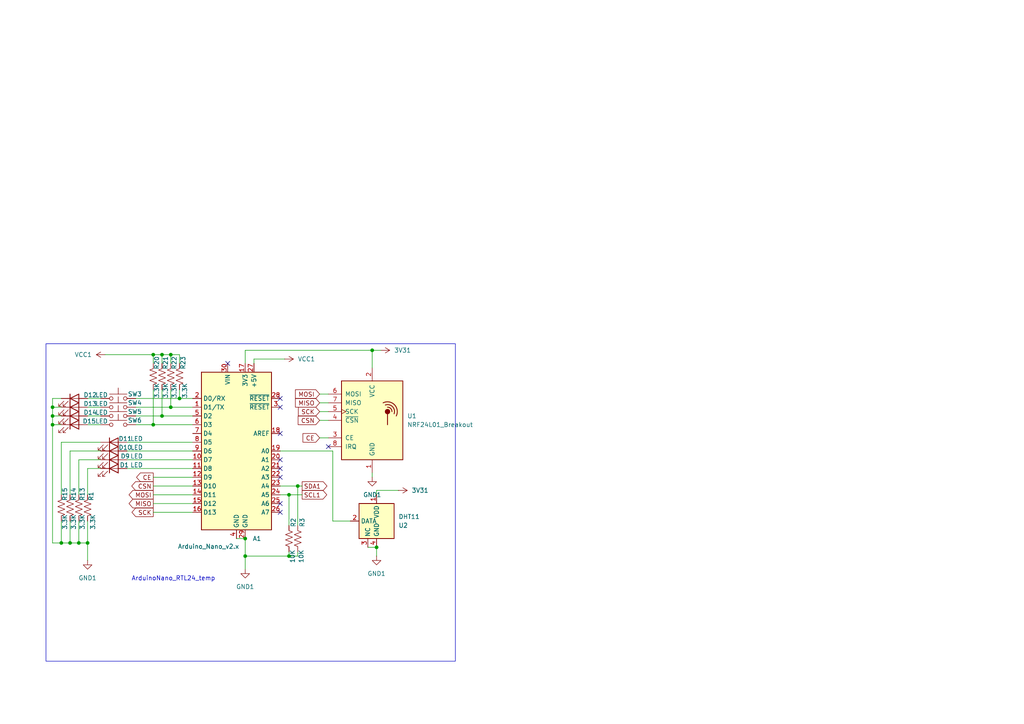
<source format=kicad_sch>
(kicad_sch (version 20250114) (generator "eeschema") (generator_version "9.0")
  (paper "A4")
  (lib_symbols
    (symbol "Device:LED" (pin_numbers (hide yes)) (pin_names (offset 1.016) (hide yes))
      (property "Reference" "D" (at 0 2.54 0))
      (property "Value" "LED" (at 0 -2.54 0))
      (symbol "LED_0_1"
        (polyline (pts (xy -3.048 -0.762) (xy -4.572 -2.286) (xy -3.81 -2.286) (xy -4.572 -2.286) (xy -4.572 -1.524)))
        (polyline (pts (xy -1.778 -0.762) (xy -3.302 -2.286) (xy -2.54 -2.286) (xy -3.302 -2.286) (xy -3.302 -1.524)))
        (polyline (pts (xy -1.27 0) (xy 1.27 0)))
        (polyline (pts (xy -1.27 -1.27) (xy -1.27 1.27)) (stroke (width 0.254)))
        (polyline (pts (xy 1.27 -1.27) (xy 1.27 1.27) (xy -1.27 0) (xy 1.27 -1.27)) (stroke (width 0.254)))
      )
      (symbol "LED_1_1"
        (pin passive line (at -3.81 0 0) (length 2.54) (name "K") (number "1"))
        (pin passive line (at 3.81 0 180) (length 2.54) (name "A") (number "2"))
      )
    )
    (symbol "Device:R_US" (pin_numbers (hide yes)) (pin_names (offset 0))
      (property "Reference" "R" (at 2.54 0 90))
      (property "Value" "R_US" (at -2.54 0 90))
      (symbol "R_US_0_1"
        (polyline (pts (xy 0 2.286) (xy 0 2.54)))
        (polyline (pts (xy 0 2.286) (xy 1.016 1.905) (xy 0 1.524) (xy -1.016 1.143) (xy 0 0.762)))
        (polyline (pts (xy 0 0.762) (xy 1.016 0.381) (xy 0 0) (xy -1.016 -0.381) (xy 0 -0.762)))
        (polyline (pts (xy 0 -0.762) (xy 1.016 -1.143) (xy 0 -1.524) (xy -1.016 -1.905) (xy 0 -2.286)))
        (polyline (pts (xy 0 -2.286) (xy 0 -2.54)))
      )
      (symbol "R_US_1_1"
        (pin passive line (at 0 3.81 270) (length 1.27) (name "~") (number "1"))
        (pin passive line (at 0 -3.81 90) (length 1.27) (name "~") (number "2"))
      )
    )
    (symbol "MCU_Module:Arduino_Nano_v2.x"
      (property "Reference" "A" (at -10.16 23.495 0))
      (property "Value" "Arduino_Nano_v2.x" (at 5.08 -24.13 0))
      (symbol "Arduino_Nano_v2.x_0_1"
        (rectangle (start -10.16 22.86) (end 10.16 -22.86) (stroke (width 0.254)) (fill (type background)))
      )
      (symbol "Arduino_Nano_v2.x_1_1"
        (pin bidirectional line (at -12.7 15.24 0) (length 2.54) (name "D0/RX") (number "2"))
        (pin bidirectional line (at -12.7 12.7 0) (length 2.54) (name "D1/TX") (number "1"))
        (pin bidirectional line (at -12.7 10.16 0) (length 2.54) (name "D2") (number "5"))
        (pin bidirectional line (at -12.7 7.62 0) (length 2.54) (name "D3") (number "6"))
        (pin bidirectional line (at -12.7 5.08 0) (length 2.54) (name "D4") (number "7"))
        (pin bidirectional line (at -12.7 2.54 0) (length 2.54) (name "D5") (number "8"))
        (pin bidirectional line (at -12.7 0 0) (length 2.54) (name "D6") (number "9"))
        (pin bidirectional line (at -12.7 -2.54 0) (length 2.54) (name "D7") (number "10"))
        (pin bidirectional line (at -12.7 -5.08 0) (length 2.54) (name "D8") (number "11"))
        (pin bidirectional line (at -12.7 -7.62 0) (length 2.54) (name "D9") (number "12"))
        (pin bidirectional line (at -12.7 -10.16 0) (length 2.54) (name "D10") (number "13"))
        (pin bidirectional line (at -12.7 -12.7 0) (length 2.54) (name "D11") (number "14"))
        (pin bidirectional line (at -12.7 -15.24 0) (length 2.54) (name "D12") (number "15"))
        (pin bidirectional line (at -12.7 -17.78 0) (length 2.54) (name "D13") (number "16"))
        (pin power_in line (at -2.54 25.4 270) (length 2.54) (name "VIN") (number "30"))
        (pin power_in line (at 0 -25.4 90) (length 2.54) (name "GND") (number "4"))
        (pin power_out line (at 2.54 25.4 270) (length 2.54) (name "3V3") (number "17"))
        (pin power_in line (at 2.54 -25.4 90) (length 2.54) (name "GND") (number "29"))
        (pin power_out line (at 5.08 25.4 270) (length 2.54) (name "+5V") (number "27"))
        (pin input line (at 12.7 15.24 180) (length 2.54) (name "~{RESET}") (number "28"))
        (pin input line (at 12.7 12.7 180) (length 2.54) (name "~{RESET}") (number "3"))
        (pin input line (at 12.7 5.08 180) (length 2.54) (name "AREF") (number "18"))
        (pin bidirectional line (at 12.7 0 180) (length 2.54) (name "A0") (number "19"))
        (pin bidirectional line (at 12.7 -2.54 180) (length 2.54) (name "A1") (number "20"))
        (pin bidirectional line (at 12.7 -5.08 180) (length 2.54) (name "A2") (number "21"))
        (pin bidirectional line (at 12.7 -7.62 180) (length 2.54) (name "A3") (number "22"))
        (pin bidirectional line (at 12.7 -10.16 180) (length 2.54) (name "A4") (number "23"))
        (pin bidirectional line (at 12.7 -12.7 180) (length 2.54) (name "A5") (number "24"))
        (pin bidirectional line (at 12.7 -15.24 180) (length 2.54) (name "A6") (number "25"))
        (pin bidirectional line (at 12.7 -17.78 180) (length 2.54) (name "A7") (number "26"))
      )
    )
    (symbol "RF:NRF24L01_Breakout" (pin_names (offset 1.016))
      (property "Reference" "U" (at -8.89 12.7 0))
      (property "Value" "NRF24L01_Breakout" (at 3.81 12.7 0))
      (symbol "NRF24L01_Breakout_0_1"
        (rectangle (start -8.89 11.43) (end 8.89 -11.43) (stroke (width 0.254)) (fill (type background)))
        (arc (start 3.175 5.08) (mid 6.453 4.548) (end 6.985 1.27) (stroke (width 0.254)))
        (circle (center 4.445 2.54) (radius 0.635) (stroke (width 0.254)) (fill (type outline)))
        (polyline (pts (xy 4.445 1.905) (xy 4.445 -1.27)) (stroke (width 0.254)))
        (arc (start 3.81 4.445) (mid 5.8835 3.9785) (end 6.35 1.905) (stroke (width 0.254)))
        (arc (start 4.445 3.81) (mid 5.3558 3.4508) (end 5.715 2.54) (stroke (width 0.254)))
      )
      (symbol "NRF24L01_Breakout_1_1"
        (pin input line (at -12.7 7.62 0) (length 3.81) (name "MOSI") (number "6"))
        (pin output line (at -12.7 5.08 0) (length 3.81) (name "MISO") (number "7"))
        (pin input clock (at -12.7 2.54 0) (length 3.81) (name "SCK") (number "5"))
        (pin input line (at -12.7 0 0) (length 3.81) (name "~{CSN}") (number "4"))
        (pin input line (at -12.7 -5.08 0) (length 3.81) (name "CE") (number "3"))
        (pin output line (at -12.7 -7.62 0) (length 3.81) (name "IRQ") (number "8"))
        (pin power_in line (at 0 15.24 270) (length 3.81) (name "VCC") (number "2"))
        (pin power_in line (at 0 -15.24 90) (length 3.81) (name "GND") (number "1"))
      )
    )
    (symbol "Sensor:DHT11"
      (property "Reference" "U2" (at -6.35 -1.2701 0))
      (property "Value" "DHT11" (at -6.35 1.2699 0))
      (symbol "DHT11_0_1"
        (rectangle (start -5.08 5.08) (end 5.08 -5.08) (stroke (width 0.254)) (fill (type background)))
      )
      (symbol "DHT11_1_1"
        (pin no_connect line (at -5.08 0 0) (length 2.54) (hide yes) (name "NC") (number "3"))
        (pin power_in line (at 0 7.62 270) (length 2.54) (name "VDD") (number "1"))
        (pin power_in line (at 0 -7.62 90) (length 2.54) (name "GND") (number "4"))
        (pin power_in line (at 2.54 -7.62 90) (length 2.54) (name "NC") (number "3"))
        (pin bidirectional line (at 7.62 0 180) (length 2.54) (name "DATA") (number "2"))
      )
    )
    (symbol "Switch:SW_Push" (pin_numbers (hide yes)) (pin_names (offset 1.016) (hide yes))
      (property "Reference" "SW" (at 1.27 2.54 0))
      (property "Value" "SW_Push" (at 0 -1.524 0))
      (symbol "SW_Push_0_1"
        (circle (center -2.032 0) (radius 0.508))
        (polyline (pts (xy 0 1.27) (xy 0 3.048)))
        (circle (center 2.032 0) (radius 0.508))
        (polyline (pts (xy 2.54 1.27) (xy -2.54 1.27)))
        (pin passive line (at -5.08 0 0) (length 2.54) (name "1") (number "1"))
        (pin passive line (at 5.08 0 180) (length 2.54) (name "2") (number "2"))
      )
    )
    (symbol "power:GND" (power) (pin_numbers (hide yes)) (pin_names (offset 0) (hide yes))
      (property "Value" "GND" (at 0 -3.81 0))
      (symbol "GND_0_1"
        (polyline (pts (xy 0 0) (xy 0 -1.27) (xy 1.27 -1.27) (xy 0 -2.54) (xy -1.27 -1.27) (xy 0 -1.27)))
      )
      (symbol "GND_1_1"
        (pin power_in line (at 0 0 270) (length 0) (name "~") (number "1"))
      )
    )
    (symbol "power:VCC" (power) (pin_numbers (hide yes)) (pin_names (offset 0) (hide yes))
      (property "Value" "VCC" (at 0 3.556 0))
      (symbol "VCC_0_1"
        (polyline (pts (xy -0.762 1.27) (xy 0 2.54)))
        (polyline (pts (xy 0 2.54) (xy 0.762 1.27)))
        (polyline (pts (xy 0 0) (xy 0 2.54)))
      )
      (symbol "VCC_1_1"
        (pin power_in line (at 0 0 90) (length 0) (name "~") (number "1"))
      )
    )
  )
  (rectangle (start 13.335 99.695) (end 132.08 191.77))
  (text "ArduinoNano_RTL24_temp" (at 50.292 167.894 0) (effects (font (size 1.27 1.27))))
  (junction (at 20.32 157.48))
  (junction (at 86.36 140.97))
  (junction (at 107.95 101.6))
  (junction (at 49.53 118.11))
  (junction (at 83.82 143.51))
  (junction (at 83.82 161.29))
  (junction (at 25.4 157.48))
  (junction (at 109.22 158.75))
  (junction (at 46.99 120.65))
  (junction (at 46.99 102.87))
  (junction (at 44.45 102.87))
  (junction (at 52.07 115.57))
  (junction (at 15.24 123.19))
  (junction (at 71.12 156.21))
  (junction (at 44.45 123.19))
  (junction (at 15.24 118.11))
  (junction (at 17.78 157.48))
  (junction (at 49.53 102.87))
  (junction (at 15.24 120.65))
  (junction (at 22.86 157.48))
  (junction (at 71.12 161.29))
  (no_connect (at 81.28 125.73))
  (no_connect (at 95.25 129.54))
  (no_connect (at 81.28 115.57))
  (no_connect (at 81.28 135.89))
  (no_connect (at 81.28 138.43))
  (no_connect (at 81.28 146.05))
  (no_connect (at 81.28 148.59))
  (no_connect (at 66.04 105.41))
  (no_connect (at 81.28 118.11))
  (no_connect (at 81.28 133.35))
  (wire (pts (xy 17.78 115.57) (xy 15.24 115.57)))
  (wire (pts (xy 25.4 151.13) (xy 25.4 157.48)))
  (wire (pts (xy 82.55 104.14) (xy 73.66 104.14)))
  (wire (pts (xy 81.28 140.97) (xy 86.36 140.97)))
  (wire (pts (xy 36.83 130.81) (xy 55.88 130.81)))
  (wire (pts (xy 71.12 161.29) (xy 71.12 165.1)))
  (wire (pts (xy 44.45 140.97) (xy 55.88 140.97)))
  (wire (pts (xy 106.68 158.75) (xy 109.22 158.75)))
  (wire (pts (xy 22.86 157.48) (xy 25.4 157.48)))
  (wire (pts (xy 15.24 118.11) (xy 15.24 120.65)))
  (wire (pts (xy 15.24 123.19) (xy 17.78 123.19)))
  (wire (pts (xy 81.28 130.81) (xy 96.52 130.81)))
  (wire (pts (xy 49.53 118.11) (xy 55.88 118.11)))
  (wire (pts (xy 96.52 151.13) (xy 101.6 151.13)))
  (wire (pts (xy 39.37 120.65) (xy 46.99 120.65)))
  (wire (pts (xy 25.4 157.48) (xy 25.4 162.56)))
  (wire (pts (xy 17.78 128.27) (xy 17.78 143.51)))
  (wire (pts (xy 109.22 142.24) (xy 115.57 142.24)))
  (wire (pts (xy 52.07 115.57) (xy 55.88 115.57)))
  (wire (pts (xy 25.4 115.57) (xy 29.21 115.57)))
  (wire (pts (xy 81.28 143.51) (xy 83.82 143.51)))
  (wire (pts (xy 46.99 102.87) (xy 49.53 102.87)))
  (wire (pts (xy 96.52 130.81) (xy 96.52 151.13)))
  (wire (pts (xy 52.07 105.41) (xy 52.07 102.87)))
  (wire (pts (xy 46.99 113.03) (xy 46.99 120.65)))
  (wire (pts (xy 52.07 102.87) (xy 49.53 102.87)))
  (wire (pts (xy 39.37 115.57) (xy 52.07 115.57)))
  (wire (pts (xy 44.45 138.43) (xy 55.88 138.43)))
  (wire (pts (xy 25.4 135.89) (xy 29.21 135.89)))
  (wire (pts (xy 36.83 128.27) (xy 55.88 128.27)))
  (wire (pts (xy 29.21 130.81) (xy 20.32 130.81)))
  (wire (pts (xy 25.4 143.51) (xy 25.4 135.89)))
  (wire (pts (xy 22.86 133.35) (xy 22.86 143.51)))
  (wire (pts (xy 71.12 105.41) (xy 71.12 101.6)))
  (wire (pts (xy 20.32 157.48) (xy 22.86 157.48)))
  (wire (pts (xy 30.48 102.87) (xy 44.45 102.87)))
  (wire (pts (xy 15.24 120.65) (xy 15.24 123.19)))
  (wire (pts (xy 44.45 102.87) (xy 46.99 102.87)))
  (wire (pts (xy 83.82 143.51) (xy 83.82 152.4)))
  (wire (pts (xy 92.71 116.84) (xy 95.25 116.84)))
  (wire (pts (xy 15.24 123.19) (xy 15.24 157.48)))
  (wire (pts (xy 83.82 143.51) (xy 87.63 143.51)))
  (wire (pts (xy 71.12 101.6) (xy 107.95 101.6)))
  (wire (pts (xy 15.24 115.57) (xy 15.24 118.11)))
  (wire (pts (xy 44.45 102.87) (xy 44.45 105.41)))
  (wire (pts (xy 92.71 119.38) (xy 95.25 119.38)))
  (wire (pts (xy 92.71 121.92) (xy 95.25 121.92)))
  (wire (pts (xy 44.45 113.03) (xy 44.45 123.19)))
  (wire (pts (xy 44.45 143.51) (xy 55.88 143.51)))
  (wire (pts (xy 86.36 140.97) (xy 86.36 152.4)))
  (wire (pts (xy 86.36 161.29) (xy 83.82 161.29)))
  (wire (pts (xy 49.53 105.41) (xy 49.53 102.87)))
  (wire (pts (xy 107.95 137.16) (xy 107.95 138.43)))
  (wire (pts (xy 107.95 101.6) (xy 107.95 106.68)))
  (wire (pts (xy 39.37 118.11) (xy 49.53 118.11)))
  (wire (pts (xy 44.45 148.59) (xy 55.88 148.59)))
  (wire (pts (xy 39.37 123.19) (xy 44.45 123.19)))
  (wire (pts (xy 17.78 151.13) (xy 17.78 157.48)))
  (wire (pts (xy 29.21 133.35) (xy 22.86 133.35)))
  (wire (pts (xy 25.4 123.19) (xy 29.21 123.19)))
  (wire (pts (xy 68.58 156.21) (xy 71.12 156.21)))
  (wire (pts (xy 20.32 130.81) (xy 20.32 143.51)))
  (wire (pts (xy 44.45 146.05) (xy 55.88 146.05)))
  (wire (pts (xy 36.83 133.35) (xy 55.88 133.35)))
  (wire (pts (xy 86.36 140.97) (xy 87.63 140.97)))
  (wire (pts (xy 44.45 123.19) (xy 55.88 123.19)))
  (wire (pts (xy 107.95 101.6) (xy 110.49 101.6)))
  (wire (pts (xy 92.71 127) (xy 95.25 127)))
  (wire (pts (xy 86.36 160.02) (xy 86.36 161.29)))
  (wire (pts (xy 36.83 135.89) (xy 55.88 135.89)))
  (wire (pts (xy 83.82 161.29) (xy 71.12 161.29)))
  (wire (pts (xy 71.12 156.21) (xy 71.12 161.29)))
  (wire (pts (xy 46.99 120.65) (xy 55.88 120.65)))
  (wire (pts (xy 15.24 120.65) (xy 17.78 120.65)))
  (wire (pts (xy 52.07 113.03) (xy 52.07 115.57)))
  (wire (pts (xy 109.22 158.75) (xy 109.22 161.29)))
  (wire (pts (xy 29.21 128.27) (xy 17.78 128.27)))
  (wire (pts (xy 20.32 151.13) (xy 20.32 157.48)))
  (wire (pts (xy 15.24 118.11) (xy 17.78 118.11)))
  (wire (pts (xy 15.24 157.48) (xy 17.78 157.48)))
  (wire (pts (xy 25.4 120.65) (xy 29.21 120.65)))
  (wire (pts (xy 46.99 105.41) (xy 46.99 102.87)))
  (wire (pts (xy 49.53 113.03) (xy 49.53 118.11)))
  (wire (pts (xy 83.82 160.02) (xy 83.82 161.29)))
  (wire (pts (xy 22.86 151.13) (xy 22.86 157.48)))
  (wire (pts (xy 25.4 118.11) (xy 29.21 118.11)))
  (wire (pts (xy 73.66 104.14) (xy 73.66 105.41)))
  (wire (pts (xy 92.71 114.3) (xy 95.25 114.3)))
  (wire (pts (xy 17.78 157.48) (xy 20.32 157.48)))
  (wire (pts (xy 109.22 142.24) (xy 109.22 143.51)))
  (global_label "MOSI" (shape input) (at 92.71 114.3 180) (property "Intersheetrefs" "${INTERSHEET_REFS}" (effects (hide yes))))
  (global_label "MISO" (shape input) (at 92.71 116.84 180) (property "Intersheetrefs" "${INTERSHEET_REFS}" (effects (hide yes))))
  (global_label "SCK" (shape input) (at 92.71 119.38 180) (property "Intersheetrefs" "${INTERSHEET_REFS}" (effects (hide yes))))
  (global_label "CE" (shape input) (at 92.71 127 180) (property "Intersheetrefs" "${INTERSHEET_REFS}" (effects (hide yes))))
  (global_label "MOSI" (shape output) (at 44.45 143.51 180) (property "Intersheetrefs" "${INTERSHEET_REFS}" (effects (hide yes))))
  (global_label "SCL1" (shape output) (at 87.63 143.51 0) (property "Intersheetrefs" "${INTERSHEET_REFS}" (effects (hide yes))))
  (global_label "CSN" (shape input) (at 92.71 121.92 180) (property "Intersheetrefs" "${INTERSHEET_REFS}" (effects (hide yes))))
  (global_label "CSN" (shape output) (at 44.45 140.97 180) (property "Intersheetrefs" "${INTERSHEET_REFS}" (effects (hide yes))))
  (global_label "CE" (shape output) (at 44.45 138.43 180) (property "Intersheetrefs" "${INTERSHEET_REFS}" (effects (hide yes))))
  (global_label "SCK" (shape output) (at 44.45 148.59 180) (property "Intersheetrefs" "${INTERSHEET_REFS}" (effects (hide yes))))
  (global_label "MISO" (shape output) (at 44.45 146.05 180) (property "Intersheetrefs" "${INTERSHEET_REFS}" (effects (hide yes))))
  (global_label "SDA1" (shape output) (at 87.63 140.97 0) (property "Intersheetrefs" "${INTERSHEET_REFS}" (effects (hide yes))))
  (symbol (lib_id "Device:LED") (at 33.02 133.35 0) (unit 1)
    (property "Reference" "D9" (at 36.322 132.334 0))
    (property "Value" "LED" (at 39.624 132.334 0))
    (property "Footprint" "LED_THT:LED_D3.0mm_Horizontal_O1.27mm_Z2.0mm" (effects (hide yes)))
    (property "Description" "Light emitting diode" (effects (hide yes)))
    (property "Sim.Pins" "1=K 2=A" (effects (hide yes)))
  )
  (symbol (lib_id "power:GND") (at 25.4 162.56 0) (mirror y) (unit 1)
    (property "Reference" "#PWR01" (effects (hide yes)))
    (property "Value" "GND1" (at 25.4 167.64 0))
    (property "Description" "Power symbol creates a global label with name \"GND\" , ground" (effects (hide yes)))
  )
  (symbol (lib_id "power:VCC") (at 30.48 102.87 90) (unit 1)
    (property "Reference" "#PWR027" (effects (hide yes)))
    (property "Value" "VCC1" (at 26.67 102.87 90) (effects (justify left)))
  )
  (symbol (lib_id "Device:LED") (at 33.02 130.81 0) (unit 1)
    (property "Reference" "D10" (at 36.322 129.794 0))
    (property "Value" "LED" (at 39.624 129.794 0))
    (property "Footprint" "LED_THT:LED_D3.0mm_Horizontal_O1.27mm_Z2.0mm" (effects (hide yes)))
    (property "Description" "Light emitting diode" (effects (hide yes)))
    (property "Sim.Pins" "1=K 2=A" (effects (hide yes)))
  )
  (symbol (lib_id "power:GND") (at 107.95 138.43 0) (unit 1)
    (property "Reference" "#PWR06" (effects (hide yes)))
    (property "Value" "GND1" (at 107.95 143.51 0))
    (property "Description" "Power symbol creates a global label with name \"GND\" , ground" (effects (hide yes)))
  )
  (symbol (lib_id "Switch:SW_Push") (at 34.29 120.65 0) (unit 1)
    (property "Reference" "SW5" (at 39.116 119.38 0))
    (property "Value" "SW_Push" (effects (hide yes)))
    (property "Footprint" "Button_Switch_SMD:SW_Tactile_SPST_NO_Straight_CK_PTS636Sx25SMTRLFS" (effects (hide yes)))
    (property "Description" "Push button switch, generic, two pins" (effects (hide yes)))
  )
  (symbol (lib_id "power:VCC") (at 115.57 142.24 270) (unit 1)
    (property "Reference" "#PWR09" (effects (hide yes)))
    (property "Value" "3V31" (at 119.38 142.2399 90) (effects (justify left)))
    (property "Description" "Power symbol creates a global label with name \"VCC\"" (effects (hide yes)))
  )
  (symbol (lib_id "Device:R_US") (at 20.32 147.32 0) (mirror y) (unit 1)
    (property "Reference" "R14" (at 21.336 145.288 90) (effects (justify left)))
    (property "Value" "3.3K" (at 21.336 153.67 90) (effects (justify left)))
    (property "Footprint" "Resistor_THT:R_Axial_DIN0207_L6.3mm_D2.5mm_P10.16mm_Horizontal" (effects (hide yes)))
  )
  (symbol (lib_id "MCU_Module:Arduino_Nano_v2.x") (at 68.58 130.81 0) (unit 1)
    (property "Reference" "A1" (at 73.2633 156.21 0) (effects (justify left)))
    (property "Value" "Arduino_Nano_v2.x" (at 51.562 158.496 0) (effects (justify left)))
    (property "Footprint" "Module:Arduino_Nano" (effects (hide yes)))
    (property "Datasheet" "https://www.arduino.cc/en/uploads/Main/ArduinoNanoManual23.pdf" (effects (hide yes)))
    (property "Description" "Arduino Nano v2.x" (effects (hide yes)))
  )
  (symbol (lib_id "Device:R_US") (at 86.36 156.21 0) (unit 1)
    (property "Reference" "R3" (at 87.63 152.908 90) (effects (justify left)))
    (property "Value" "10K" (at 87.376 163.322 90) (effects (justify left)))
    (property "Footprint" "Resistor_THT:R_Axial_DIN0207_L6.3mm_D2.5mm_P10.16mm_Horizontal" (effects (hide yes)))
    (property "Description" "Resistor, US symbol" (effects (hide yes)))
  )
  (symbol (lib_id "Device:R_US") (at 46.99 109.22 0) (mirror y) (unit 1)
    (property "Reference" "R21" (at 48.006 107.188 90) (effects (justify left)))
    (property "Value" "3.3K" (at 48.006 115.57 90) (effects (justify left)))
    (property "Footprint" "Resistor_THT:R_Axial_DIN0207_L6.3mm_D2.5mm_P10.16mm_Horizontal" (effects (hide yes)))
  )
  (symbol (lib_id "power:VCC") (at 110.49 101.6 270) (unit 1)
    (property "Reference" "#PWR08" (effects (hide yes)))
    (property "Value" "3V31" (at 114.3 101.5999 90) (effects (justify left)))
    (property "Description" "Power symbol creates a global label with name \"VCC\"" (effects (hide yes)))
  )
  (symbol (lib_id "Device:LED") (at 21.59 120.65 0) (unit 1)
    (property "Reference" "D14" (at 26.162 119.634 0))
    (property "Value" "LED" (at 29.464 119.634 0))
    (property "Footprint" "LED_THT:LED_D3.0mm_Horizontal_O1.27mm_Z2.0mm" (effects (hide yes)))
    (property "Description" "Light emitting diode" (effects (hide yes)))
    (property "Sim.Pins" "1=K 2=A" (effects (hide yes)))
  )
  (symbol (lib_id "Device:LED") (at 33.02 128.27 0) (unit 1)
    (property "Reference" "D11" (at 36.322 127.254 0))
    (property "Value" "LED" (at 39.624 127.254 0))
    (property "Footprint" "LED_THT:LED_D3.0mm_Horizontal_O1.27mm_Z2.0mm" (effects (hide yes)))
    (property "Description" "Light emitting diode" (effects (hide yes)))
    (property "Sim.Pins" "1=K 2=A" (effects (hide yes)))
  )
  (symbol (lib_id "Device:R_US") (at 25.4 147.32 0) (mirror y) (unit 1)
    (property "Reference" "R1" (at 26.416 145.288 90) (effects (justify left)))
    (property "Value" "3.3K" (at 26.924 153.67 90) (effects (justify left)))
    (property "Footprint" "Resistor_THT:R_Axial_DIN0207_L6.3mm_D2.5mm_P10.16mm_Horizontal" (effects (hide yes)))
  )
  (symbol (lib_id "Device:LED") (at 33.02 135.89 0) (unit 1)
    (property "Reference" "D1" (at 36.068 134.874 0))
    (property "Value" "LED" (at 39.624 134.874 0))
    (property "Footprint" "LED_THT:LED_D3.0mm_Horizontal_O1.27mm_Z2.0mm" (effects (hide yes)))
    (property "Description" "Light emitting diode" (effects (hide yes)))
    (property "Sim.Pins" "1=K 2=A" (effects (hide yes)))
  )
  (symbol (lib_id "Device:R_US") (at 17.78 147.32 0) (mirror y) (unit 1)
    (property "Reference" "R15" (at 18.796 145.288 90) (effects (justify left)))
    (property "Value" "3.3K" (at 18.796 153.67 90) (effects (justify left)))
    (property "Footprint" "Resistor_THT:R_Axial_DIN0207_L6.3mm_D2.5mm_P10.16mm_Horizontal" (effects (hide yes)))
  )
  (symbol (lib_id "Device:LED") (at 21.59 123.19 0) (unit 1)
    (property "Reference" "D15" (at 25.908 122.174 0))
    (property "Value" "LED" (at 29.464 122.174 0))
    (property "Footprint" "LED_THT:LED_D3.0mm_Horizontal_O1.27mm_Z2.0mm" (effects (hide yes)))
    (property "Description" "Light emitting diode" (effects (hide yes)))
    (property "Sim.Pins" "1=K 2=A" (effects (hide yes)))
  )
  (symbol (lib_id "Device:R_US") (at 49.53 109.22 0) (mirror y) (unit 1)
    (property "Reference" "R22" (at 50.546 107.188 90) (effects (justify left)))
    (property "Value" "3.3K" (at 50.546 115.57 90) (effects (justify left)))
    (property "Footprint" "Resistor_THT:R_Axial_DIN0207_L6.3mm_D2.5mm_P10.16mm_Horizontal" (effects (hide yes)))
  )
  (symbol (lib_id "Device:R_US") (at 52.07 109.22 0) (mirror y) (unit 1)
    (property "Reference" "R23" (at 53.086 107.188 90) (effects (justify left)))
    (property "Value" "3.3K" (at 53.594 115.57 90) (effects (justify left)))
    (property "Footprint" "Resistor_THT:R_Axial_DIN0207_L6.3mm_D2.5mm_P10.16mm_Horizontal" (effects (hide yes)))
  )
  (symbol (lib_id "RF:NRF24L01_Breakout") (at 107.95 121.92 0) (unit 1)
    (property "Reference" "U1" (at 118.11 120.6499 0) (effects (justify left)))
    (property "Value" "NRF24L01_Breakout" (at 118.11 123.1899 0) (effects (justify left)))
    (property "Footprint" "RF_Module:nRF24L01_Breakout" (effects (hide yes)))
    (property "Datasheet" "http://www.nordicsemi.com/eng/content/download/2730/34105/file/nRF24L01_Product_Specification_v2_0.pdf" (effects (hide yes)))
    (property "Description" "Ultra low power 2.4GHz RF Transceiver, Carrier PCB" (effects (hide yes)))
  )
  (symbol (lib_id "Device:R_US") (at 22.86 147.32 0) (mirror y) (unit 1)
    (property "Reference" "R13" (at 23.876 145.288 90) (effects (justify left)))
    (property "Value" "3.3K" (at 23.876 153.67 90) (effects (justify left)))
    (property "Footprint" "Resistor_THT:R_Axial_DIN0207_L6.3mm_D2.5mm_P10.16mm_Horizontal" (effects (hide yes)))
  )
  (symbol (lib_id "Device:LED") (at 21.59 115.57 0) (unit 1)
    (property "Reference" "D12" (at 26.162 114.554 0))
    (property "Value" "LED" (at 29.464 114.554 0))
    (property "Footprint" "LED_THT:LED_D3.0mm_Horizontal_O1.27mm_Z2.0mm" (effects (hide yes)))
    (property "Description" "Light emitting diode" (effects (hide yes)))
    (property "Sim.Pins" "1=K 2=A" (effects (hide yes)))
  )
  (symbol (lib_id "Sensor:DHT11") (at 109.22 151.13 0) (mirror y) (unit 1)
    (property "Reference" "U2" (at 115.57 152.4001 0) (effects (justify right)))
    (property "Value" "DHT11" (at 115.57 149.8601 0) (effects (justify right)))
    (property "Footprint" "Sensor:Aosong_DHT11_5.5x12.0_P2.54mm" (effects (hide yes)))
    (property "Datasheet" "http://akizukidenshi.com/download/ds/aosong/DHT11.pdf" (effects (hide yes)))
    (property "Description" "3.3V to 5.5V, temperature and humidity module, DHT11" (effects (hide yes)))
  )
  (symbol (lib_id "power:GND") (at 109.22 161.29 0) (unit 1)
    (property "Reference" "#PWR07" (effects (hide yes)))
    (property "Value" "GND1" (at 109.22 166.37 0))
    (property "Description" "Power symbol creates a global label with name \"GND\" , ground" (effects (hide yes)))
  )
  (symbol (lib_id "power:GND") (at 71.12 165.1 0) (unit 1)
    (property "Reference" "#PWR02" (effects (hide yes)))
    (property "Value" "GND1" (at 71.12 170.18 0))
    (property "Description" "Power symbol creates a global label with name \"GND\" , ground" (effects (hide yes)))
  )
  (symbol (lib_id "Device:R_US") (at 44.45 109.22 0) (mirror y) (unit 1)
    (property "Reference" "R20" (at 45.466 107.188 90) (effects (justify left)))
    (property "Value" "3.3K" (at 45.466 115.57 90) (effects (justify left)))
    (property "Footprint" "Resistor_THT:R_Axial_DIN0207_L6.3mm_D2.5mm_P10.16mm_Horizontal" (effects (hide yes)))
  )
  (symbol (lib_id "Switch:SW_Push") (at 34.29 123.19 0) (unit 1)
    (property "Reference" "SW6" (at 39.116 121.92 0))
    (property "Value" "SW_Push" (effects (hide yes)))
    (property "Footprint" "Button_Switch_SMD:SW_Tactile_SPST_NO_Straight_CK_PTS636Sx25SMTRLFS" (effects (hide yes)))
    (property "Description" "Push button switch, generic, two pins" (effects (hide yes)))
  )
  (symbol (lib_id "Device:R_US") (at 83.82 156.21 0) (unit 1)
    (property "Reference" "R2" (at 85.09 152.908 90) (effects (justify left)))
    (property "Value" "10K" (at 84.836 163.322 90) (effects (justify left)))
    (property "Footprint" "Resistor_THT:R_Axial_DIN0207_L6.3mm_D2.5mm_P10.16mm_Horizontal" (effects (hide yes)))
    (property "Description" "Resistor, US symbol" (effects (hide yes)))
  )
  (symbol (lib_id "Switch:SW_Push") (at 34.29 115.57 0) (unit 1)
    (property "Reference" "SW3" (at 39.116 114.3 0))
    (property "Value" "SW_Push" (effects (hide yes)))
    (property "Footprint" "Button_Switch_SMD:SW_Tactile_SPST_NO_Straight_CK_PTS636Sx25SMTRLFS" (effects (hide yes)))
    (property "Description" "Push button switch, generic, two pins" (effects (hide yes)))
  )
  (symbol (lib_id "Switch:SW_Push") (at 34.29 118.11 0) (unit 1)
    (property "Reference" "SW4" (at 39.116 116.84 0))
    (property "Value" "SW_Push" (effects (hide yes)))
    (property "Footprint" "Button_Switch_SMD:SW_Tactile_SPST_NO_Straight_CK_PTS636Sx25SMTRLFS" (effects (hide yes)))
    (property "Description" "Push button switch, generic, two pins" (effects (hide yes)))
  )
  (symbol (lib_id "power:VCC") (at 82.55 104.14 270) (unit 1)
    (property "Reference" "#PWR05" (effects (hide yes)))
    (property "Value" "VCC1" (at 86.36 104.14 90) (effects (justify left)))
  )
  (symbol (lib_id "Device:LED") (at 21.59 118.11 0) (unit 1)
    (property "Reference" "D13" (at 26.162 117.094 0))
    (property "Value" "LED" (at 29.464 117.094 0))
    (property "Footprint" "LED_THT:LED_D3.0mm_Horizontal_O1.27mm_Z2.0mm" (effects (hide yes)))
    (property "Description" "Light emitting diode" (effects (hide yes)))
    (property "Sim.Pins" "1=K 2=A" (effects (hide yes)))
  )
)
</source>
